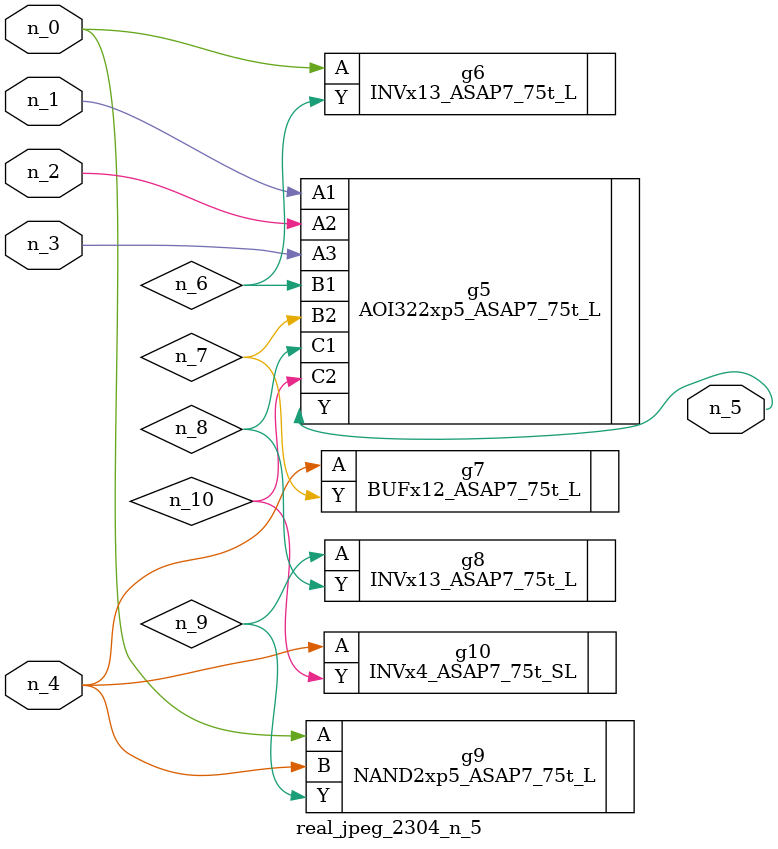
<source format=v>
module real_jpeg_2304_n_5 (n_4, n_0, n_1, n_2, n_3, n_5);

input n_4;
input n_0;
input n_1;
input n_2;
input n_3;

output n_5;

wire n_8;
wire n_6;
wire n_7;
wire n_10;
wire n_9;

INVx13_ASAP7_75t_L g6 ( 
.A(n_0),
.Y(n_6)
);

NAND2xp5_ASAP7_75t_L g9 ( 
.A(n_0),
.B(n_4),
.Y(n_9)
);

AOI322xp5_ASAP7_75t_L g5 ( 
.A1(n_1),
.A2(n_2),
.A3(n_3),
.B1(n_6),
.B2(n_7),
.C1(n_8),
.C2(n_10),
.Y(n_5)
);

BUFx12_ASAP7_75t_L g7 ( 
.A(n_4),
.Y(n_7)
);

INVx4_ASAP7_75t_SL g10 ( 
.A(n_4),
.Y(n_10)
);

INVx13_ASAP7_75t_L g8 ( 
.A(n_9),
.Y(n_8)
);


endmodule
</source>
